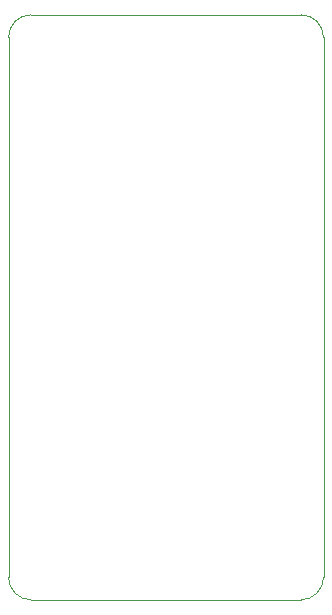
<source format=gm1>
G04 #@! TF.FileFunction,Profile,NP*
%FSLAX46Y46*%
G04 Gerber Fmt 4.6, Leading zero omitted, Abs format (unit mm)*
G04 Created by KiCad (PCBNEW 0.201511091016+6303~30~ubuntu14.04.1-product) date Mon 09 Nov 2015 21:44:19 GMT*
%MOMM*%
G01*
G04 APERTURE LIST*
%ADD10C,0.100000*%
G04 APERTURE END LIST*
D10*
X140970000Y-126365000D02*
X163830000Y-126365000D01*
X139065000Y-78740000D02*
X139065000Y-124460000D01*
X140970000Y-76835000D02*
X163830000Y-76835000D01*
X140970000Y-76835000D02*
G75*
G03X139065000Y-78740000I0J-1905000D01*
G01*
X139065000Y-124460000D02*
G75*
G03X140970000Y-126365000I1905000J0D01*
G01*
X165735000Y-124460000D02*
X165735000Y-78740000D01*
X163830000Y-126365000D02*
G75*
G03X165735000Y-124460000I0J1905000D01*
G01*
X165735000Y-78740000D02*
G75*
G03X163830000Y-76835000I-1905000J0D01*
G01*
M02*

</source>
